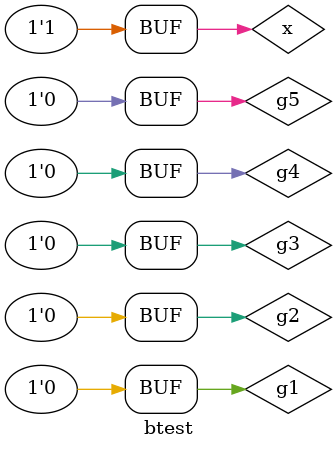
<source format=v>
`timescale 1ns / 1ps


module btest;

	// Inputs
	reg x;
	reg g1;
	reg g2;
	reg g3;
	reg g4;
	reg g5;

	// Outputs
	wire A;

	// Instantiate the Unit Under Test (UUT)
	Bblock uut (
		.x(x), 
		.g1(g1), 
		.g2(g2), 
		.g3(g3), 
		.g4(g4), 
		.g5(g5), 
		.A(A)
	);

	initial begin
		// Initialize Inputs
		x = 0;
		g1 = 0;
		g2 = 0;
		g3 = 0;
		g4 = 0;
		g5 = 0;

		// Wait 100 ns for global reset to finish
		#100;
		
		x = 0;
		g1 = 0;
		g2 = 0;
		g3 = 1;
		g4 = 0;
		g5 = 0;

		// Wait 100 ns for global reset to finish
		#100;
		
		x = 1;
		g1 = 0;
		g2 = 0;
		g3 = 1;
		g4 = 0;
		g5 = 0;

		// Wait 100 ns for global reset to finish
		#100;
		
				x = 1;
		g1 = 0;
		g2 = 0;
		g3 = 0;
		g4 = 0;
		g5 = 0;

		// Wait 100 ns for global reset to finish
		#100;
		
		
        
		// Add stimulus here

	end
      
endmodule


</source>
